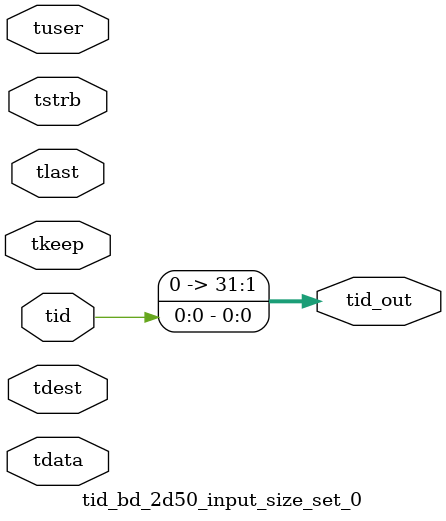
<source format=v>


`timescale 1ps/1ps

module tid_bd_2d50_input_size_set_0 #
(
parameter C_S_AXIS_TID_WIDTH   = 1,
parameter C_S_AXIS_TUSER_WIDTH = 0,
parameter C_S_AXIS_TDATA_WIDTH = 0,
parameter C_S_AXIS_TDEST_WIDTH = 0,
parameter C_M_AXIS_TID_WIDTH   = 32
)
(
input  [(C_S_AXIS_TID_WIDTH   == 0 ? 1 : C_S_AXIS_TID_WIDTH)-1:0       ] tid,
input  [(C_S_AXIS_TDATA_WIDTH == 0 ? 1 : C_S_AXIS_TDATA_WIDTH)-1:0     ] tdata,
input  [(C_S_AXIS_TUSER_WIDTH == 0 ? 1 : C_S_AXIS_TUSER_WIDTH)-1:0     ] tuser,
input  [(C_S_AXIS_TDEST_WIDTH == 0 ? 1 : C_S_AXIS_TDEST_WIDTH)-1:0     ] tdest,
input  [(C_S_AXIS_TDATA_WIDTH/8)-1:0 ] tkeep,
input  [(C_S_AXIS_TDATA_WIDTH/8)-1:0 ] tstrb,
input                                                                    tlast,
output [(C_M_AXIS_TID_WIDTH   == 0 ? 1 : C_M_AXIS_TID_WIDTH)-1:0       ] tid_out
);

assign tid_out = {tid[0:0]};

endmodule


</source>
